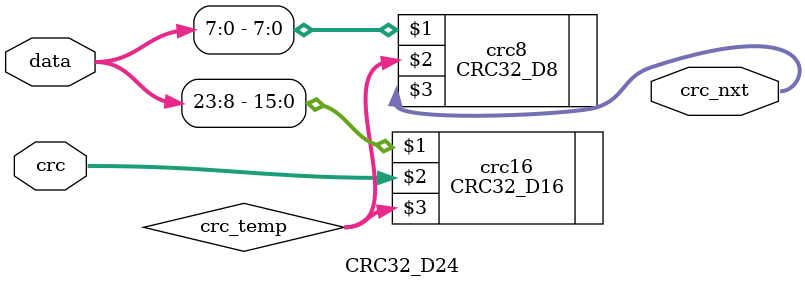
<source format=sv>
module CRC32_D24(input [23:0] data,input [31:0] crc,output [31:0] crc_nxt);
 
 reg [31:0] crc_temp;

   CRC32_D16 crc16(data[23:8],crc,crc_temp);
   CRC32_D8  crc8 (data[7:0],crc_temp,crc_nxt);

endmodule

</source>
